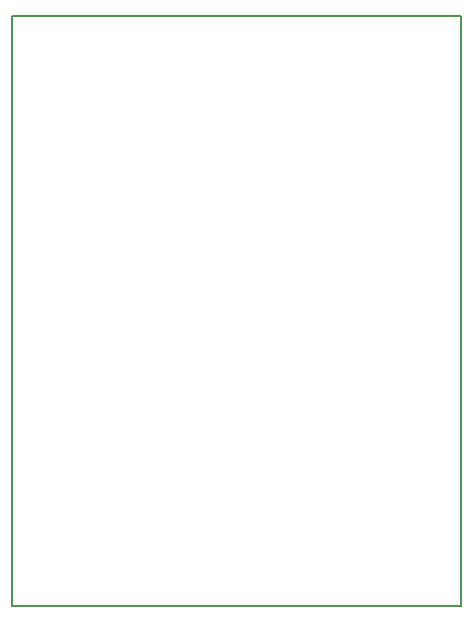
<source format=gbr>
%TF.GenerationSoftware,KiCad,Pcbnew,6.0.4-6f826c9f35~116~ubuntu20.04.1*%
%TF.CreationDate,2022-03-30T14:35:40+00:00*%
%TF.ProjectId,SPACEDOS02B_PCB02A,53504143-4544-44f5-9330-32425f504342,REV*%
%TF.SameCoordinates,Original*%
%TF.FileFunction,Profile,NP*%
%FSLAX46Y46*%
G04 Gerber Fmt 4.6, Leading zero omitted, Abs format (unit mm)*
G04 Created by KiCad (PCBNEW 6.0.4-6f826c9f35~116~ubuntu20.04.1) date 2022-03-30 14:35:40*
%MOMM*%
%LPD*%
G01*
G04 APERTURE LIST*
%TA.AperFunction,Profile*%
%ADD10C,0.150000*%
%TD*%
G04 APERTURE END LIST*
D10*
X118805000Y-63174000D02*
X156805000Y-63174000D01*
X156805000Y-63174000D02*
X156805000Y-113174000D01*
X118805000Y-113174000D02*
X118805000Y-63174000D01*
X118805000Y-113174000D02*
X156805000Y-113174000D01*
M02*

</source>
